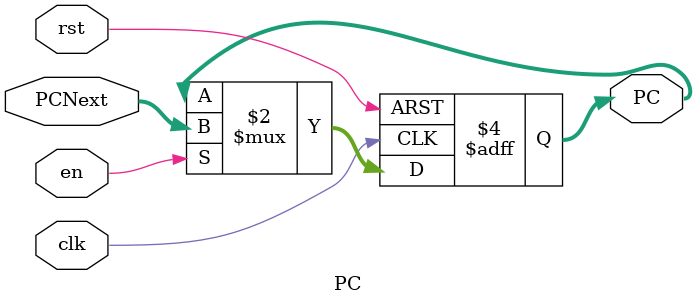
<source format=sv>
module PC#(parameter ROM_WIDTH=12)(
    input logic clk,
    input logic rst,
    input logic en,
    input logic [ROM_WIDTH-1:0] PCNext,
    output logic [ROM_WIDTH-1:0] PC
);

always_ff @(posedge clk, posedge rst)begin 
    if(rst)
        PC<={ROM_WIDTH{1'b0}};
    else if (en)
        PC<=PCNext;
end

endmodule


</source>
